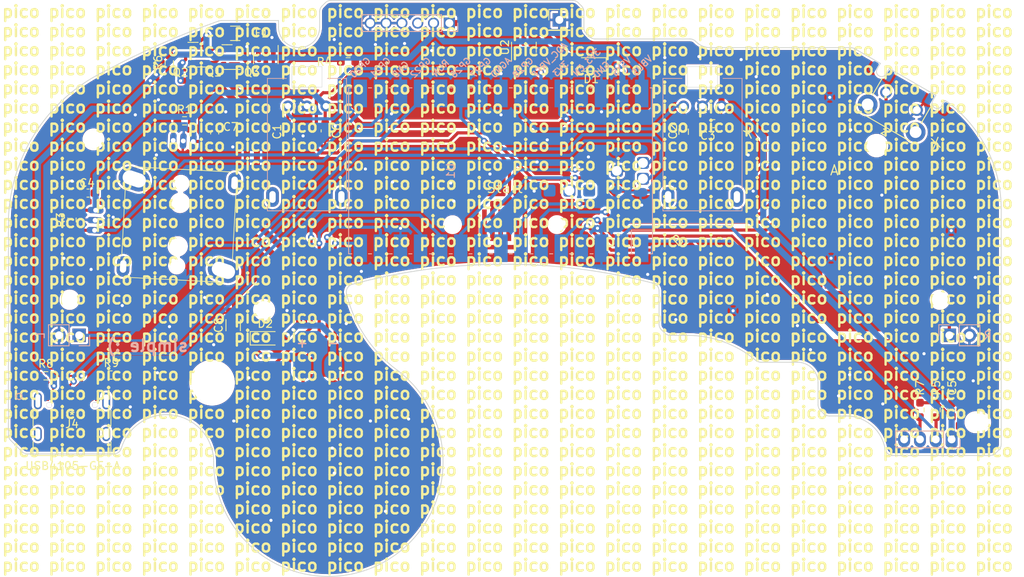
<source format=kicad_pcb>
(kicad_pcb (version 20211014) (generator pcbnew)
  (layers (0 "F.Cu" signal) (31 "B.Cu" signal) (36 "B.SilkS" user "B.Silkscreen") (37 "F.SilkS" user "F.Silkscreen") (38 "B.Mask" user) (39 "F.Mask" user) (44 "Edge.Cuts" user))
  (net 0 "")
  (net 1 "GND")
  (net 2 "+3V3")
  (net 3 "/C_x")
  (net 4 "/C_y")
  (net 5 "/A")
  (net 6 "/B")
  (net 7 "/X")
  (net 8 "/Y")
  (net 9 "/R")
  (net 10 "/Start")
  (net 11 "/Z")
  (net 12 "/Dleft")
  (net 13 "/Dup")
  (net 14 "/Dright")
  (net 15 "/Ddown")
  (net 16 "/Lanalog")
  (net 17 "/Ranalog")
  (net 18 "/Stick_x")
  (net 19 "/Stick_y")
  (net 20 "/L")
  (net 21 "+5V")
  (net 22 "Net-(Q1-Pad1)")
  (net 23 "Net-(F1-Pad2)")
  (net 24 "Net-(Q1-Pad3)")
  (net 25 "/Data")
  (net 34 "Net-(D2-Pad2)")
  (net 35 "Net-(D1-Pad1)")
  (net 36 "Net-(U1-Pad35)")
  (net 37 "+3.3VA")
  (net 39 "Net-(J4-PadB5)")
  (net 40 "/RUMBLE")
  (net 41 "/D+")
  (net 42 "/D-")
  (net 44 "Net-(J4-PadA5)")
  (footprint "PhobGCC_Footprints:ABXY_Contact_Omron_Switch" (layer "F.Cu") (at 152.24 51.08)
    (fp_text reference "SW2" hide)
    (fp_text value "A")
  )
  (footprint "PhobGCC_Footprints:ABXY_Contact_Omron_Switch" (layer "F.Cu") (at 137.04 58.78 41)
    (fp_text reference "SW3" hide)
    (fp_text value "B")
  )
  (footprint "PhobGCC_Footprints:Z_Switch_Edge_Omron" (layer "F.Cu") (at 161.141443 35.505 -30)
    (fp_text reference "SW1" hide)
    (fp_text value "Z")
  )
  (footprint "PhobGCC_Footprints:Dpad_Contact_TL3315NF_2" (layer "F.Cu") (at 80.74 81.13 180)
    (fp_text reference "SW9" hide)
    (fp_text value "Dleft" hide)
  )
  (footprint "PhobGCC_Footprints:Dpad_Contact_TL3315NF_2" (layer "F.Cu") (at 88.69 73.18 -90)
    (fp_text reference "SW10" hide)
    (fp_text value "Dup" hide)
  )
  (footprint "PhobGCC_Footprints:Dpad_Contact_TL3315NF_2" (layer "F.Cu") (at 96.64 81.13 180)
    (fp_text reference "SW11" hide)
    (fp_text value "Dright" hide)
  )
  (footprint "PhobGCC_Footprints:Dpad_Contact_TL3315NF_2" (layer "F.Cu") (at 88.69 89.08 -90)
    (fp_text reference "SW12" hide)
    (fp_text value "Ddown" hide)
  )
  (footprint "PhobGCC_Footprints:C_0603_1608Metric_Pad1.08x0.95mm_HandSolder" (layer "F.Cu") (at 58.324 47.14 180)
    (fp_text reference "C4")
    (fp_text value "1u")
  )
  (footprint "PhobGCC_Footprints:GCC_Stickbox_2" (layer "F.Cu") (at 69.795083 51.128232 -3)
    (fp_text reference "U3" hide)
    (fp_text value "2x DRV5053CAQLPGM Hall Effect Sensors")
  )
  (footprint "PhobGCC_Footprints:C_0603_HandSoldering" (layer "F.Cu") (at 83.566 39.37 -90)
    (fp_text reference "C1")
    (fp_text value "0.047u")
  )
  (footprint "PhobGCC_Footprints:C_0603_HandSoldering" (layer "F.Cu") (at 133.604 39.37 -90)
    (fp_text reference "C2")
    (fp_text value "0.047u")
  )
  (footprint "PhobGCC_Footprints:Start_Contact" (layer "F.Cu") (at 110.99 51.18)
    (fp_text reference "SW6" hide)
    (fp_text value "Start")
  )
  (footprint "PhobGCC_Footprints:ABXY_Contact_Omron_Switch" (layer "F.Cu") (at 148.24 36.98 117)
    (fp_text reference "SW5" hide)
    (fp_text value "Y")
  )
  (footprint "PhobGCC_Footprints:PinHeader_1x01_P2.54mm_Vertical" (layer "F.Cu") (at 117.89 25.23)
    (fp_text reference "J1" hide)
    (fp_text value "Conn_01x01_Male")
  )
  (footprint "PhobGCC_Footprints:MountingHole_5.2mm" (layer "F.Cu") (at 73.99 71.13)
    (fp_text reference "H9" hide)
    (fp_text value "5.2mm")
  )
  (footprint "PhobGCC_Footprints:MountingHole_2.0mm" (layer "F.Cu") (at 55.99 60.63)
    (fp_text reference "H11" hide)
    (fp_text value "2mm")
  )
  (footprint "PhobGCC_Footprints:MountingHole_1.8mm" (layer "F.Cu") (at 104.39 51.13)
    (fp_text reference "H13" hide)
    (fp_text value "1.8mm")
  )
  (footprint "PhobGCC_Footprints:MountingHole_1.8mm" (layer "F.Cu") (at 117.59 51.13)
    (fp_text reference "H14" hide)
    (fp_text value "1.8mm")
  )
  (footprint "PhobGCC_Footprints:MountingHole_2.4mm" (layer "F.Cu") (at 157.99 41.13)
    (fp_text reference "H15" hide)
    (fp_text value "2.4mm")
  )
  (footprint "PhobGCC_Footprints:MountingHole_2.0mm" (layer "F.Cu") (at 165.99 60.63)
    (fp_text reference "H12" hide)
    (fp_text value "2mm")
  )
  (footprint "PhobGCC_Footprints:MountingHole_2.2mm" (layer "F.Cu") (at 59.006622 40.346621)
    (fp_text reference "H16" hide)
    (fp_text value "2.2mm")
  )
  (footprint "PhobGCC_Footprints:ABXY_Contact_Omron_Switch" (layer "F.Cu") (at 166.54 47.68 12)
    (fp_text reference "SW4" hide)
    (fp_text value "X")
  )
  (footprint "PhobGCC_Footprints:Slot" (layer "F.Cu") (at 170.79 76.13)
    (fp_text reference "H10" hide)
    (fp_text value "Slot")
  )
  (footprint "PhobGCC_Footprints:MountingHole_2.2mm" (layer "F.Cu") (at 80.573378 61.913378)
    (fp_text reference "H17" hide)
    (fp_text value "2.2mm")
  )
  (footprint "PhobGCC_Footprints:C_0603_1608Metric_Pad1.08x0.95mm_HandSolder" (layer "F.Cu") (at 167.513 74.549 90)
    (fp_text reference "C5")
    (fp_text value "1u")
  )
  (footprint "PhobGCC_Footprints:C_0603_1608Metric_Pad1.08x0.95mm_HandSolder" (layer "F.Cu") (at 137.414 38.354 180)
    (fp_text reference "C3")
    (fp_text value "1u")
  )
  (footprint "PhobGCC_Footprints:Fuse_1206_3216Metric" (layer "F.Cu") (at 76.9275 26.93)
    (fp_text reference "F1")
    (fp_text value "Fuse")
  )
  (footprint "Resistor_SMD:R_0603_1608Metric_Pad0.98x0.95mm_HandSolder" (layer "F.Cu") (at 70.516 37.996)
    (fp_text reference "R1")
    (fp_text value "10k")
  )
  (footprint "PhobGCC_Footprints:C_0603_1608Metric_Pad1.08x0.95mm_HandSolder" (layer "F.Cu") (at 74.326 39.52 90)
    (fp_text reference "C7")
    (fp_text value "1u")
  )
  (footprint "2022-05-05_07-14-33:USB4105-GF-A" (layer "F.Cu") (at 56.292 76.35)
    (fp_text reference "J4")
    (fp_text value "USB4105-GF-A")
  )
  (footprint "Resistor_SMD:R_0603_1608Metric_Pad0.98x0.95mm_HandSolder" (layer "F.Cu") (at 56.292 50.5455 90)
    (fp_text reference "R3")
    (fp_text value "10k")
  )
  (footprint "PhobGCC_Footprints:SOT-23" (layer "F.Cu") (at 80.79 30.13 -90)
    (fp_text reference "Q3")
    (fp_text value "Q_NMOS_GSD")
  )
  (footprint "PhobGCC_Footprints:R_0603_1608Metric_Pad0.98x0.95mm_HandSolder" (layer "F.Cu") (at 68.59 30.63 90)
    (fp_text reference "R6")
    (fp_text value "10k")
  )
  (footprint "PhobGCC_Footprints:C_0603_1608Metric_Pad1.08x0.95mm_HandSolder" (layer "F.Cu") (at 88.296 39.266 -90)
    (fp_text reference "C6")
    (fp_text value "1u")
  )
  (footprint "Capacitor_SMD:C_1206_3216Metric_Pad1.33x1.80mm_HandSolder" (layer "F.Cu") (at 76.6628 63.8532 90)
    (fp_text reference "C8")
    (fp_text value "10u")
  )
  (footprint "Resistor_SMD:R_0603_1608Metric_Pad0.98x0.95mm_HandSolder" (layer "F.Cu") (at 163.48 74.572 90)
    (fp_text reference "R7")
    (fp_text value "10k")
  )
  (footprint "Resistor_SMD:R_0603_1608Metric_Pad0.98x0.95mm_HandSolder" (layer "F.Cu") (at 61.118 70.1524 180)
    (fp_text reference "R9")
    (fp_text value "5.1k")
  )
  (footprint "PhobGCC_Footprints:SOT-23" (layer "F.Cu") (at 75.89 29.93 180)
    (fp_text reference "Q1")
    (fp_text value "Q_NMOS_GSD")
  )
  (footprint "Package_TO_SOT_SMD:SOT-23" (layer "F.Cu") (at 113.411 28.702 90)
    (fp_text reference "U2")
    (fp_text value "LM4040DBZ-3")
  )
  (footprint "Resistor_SMD:R_0603_1608Metric_Pad0.98x0.95mm_HandSolder" (layer "F.Cu") (at 165.512 74.572 90)
    (fp_text reference "R5")
    (fp_text value "10k")
  )
  (footprint "Diode_SMD:D_SOD-323_HandSoldering" (layer "F.Cu") (at 80.72 65.51)
    (fp_text reference "D2")
    (fp_text value "M7C")
  )
  (footprint "PhobGCC_Footprints:SOT-23" (layer "F.Cu") (at 71.59 29.63 180)
    (fp_text reference "Q2")
    (fp_text value "Q_PMOS_GDS")
  )
  (footprint "PhobGCC_Footprints:R_0603_1608Metric_Pad0.98x0.95mm_HandSolder" (layer "F.Cu") (at 91.19 30.53 180)
    (fp_text reference "R4")
    (fp_text value "100R")
  )
  (footprint "Resistor_SMD:R_0603_1608Metric_Pad0.98x0.95mm_HandSolder" (layer "F.Cu") (at 52.99 70.254 180)
    (fp_text reference "R8")
    (fp_text value "5.1k")
  )
  (footprint "Diode_SMD:D_SOD-323_HandSoldering" (layer "F.Cu") (at 121.92 30.861 180)
    (fp_text reference "D1")
    (fp_text value "M7C")
  )
  (footprint "PhobGCC_Footprints:Pin_Header_Straight_1x02_Pitch2.54mm" (layer "B.Cu") (at 57.19 65.13 90)
    (fp_text reference "SW7" hide)
    (fp_text value "L")
  )
  (footprint "PhobGCC_Footprints:Pin_Header_Straight_1x02_Pitch2.54mm" (layer "B.Cu") (at 167.19 65.13 -90)
    (fp_text reference "SW8" hide)
    (fp_text value "R")
  )
  (footprint "PhobGCC_Footprints:GCC_Slider" (layer "B.Cu") (at 135.99 36.13 180)
    (fp_text reference "RV2" hide)
    (fp_text value "R_POT_MountingPin")
  )
  (footprint "PhobGCC_Footprints:GCC_Slider" (layer "B.Cu") (at 85.99 36.13 180)
    (fp_text reference "RV1" hide)
    (fp_text value "R_POT_MountingPin")
  )
  (footprint "PhobGCC_Footprints:PinHeader_1x04_P2.00mm_Vertical" (layer "B.Cu") (at 167.478 78.298 90)
    (fp_text reference "J9" hide)
    (fp_text value "Conn_01x04_Female")
  )
  (footprint "PhobGCC_Footprints:GCC_Header_Straight_1x06_Pitch2.00mm" (layer "B.Cu") (at 103.99 25.63 90)
    (fp_text reference "J3" hide)
    (fp_text value "Conn_01x06_Female")
  )
  (footprint "MCU_RaspberryPi_and_Boards:RPi_Pico_SMD_MID_TRIM" (layer "B.Cu") (at 91.262 54.823 90)
    (fp_text reference "U1")
    (fp_text value "Pico")
  )
  (footprint "PhobGCC_Footprints:rumble_pins" (layer "B.Cu") (at 86.182 69.118 -90)
    (fp_text reference "J5" hide)
    (fp_text value "Rumble" hide)
  )
  (gr_line (start 84.09 33.73) (end 84.09 31.13) (layer "Edge.Cuts") (width 0.05))
  (gr_line (start 134.09 33.73) (end 134.09 31.13) (layer "Edge.Cuts") (width 0.05))
  (gr_line (start 160.050995 80.337107) (end 172.332892 80.337107) (layer "Edge.Cuts") (width 0.1))
  (gr_line (start 165.087895 35.462132) (end 165.486672 34.768607) (layer "Edge.Cuts") (width 0.1))
  (gr_arc (start 50.663 80.14) (mid 50.2794 80.062099) (end 49.954213 79.844213) (layer "Edge.Cuts") (width 0.1))
  (gr_line (start 55.645 80.139957) (end 50.663 80.14) (layer "Edge.Cuts") (width 0.1))
  (gr_line (start 150.597106 71.137107) (end 150.597106 73.922893) (layer "Edge.Cuts") (width 0.1))
  (gr_line (start 152.011319 75.337107) (end 154.134915 75.337107) (layer "Edge.Cuts") (width 0.1))
  (gr_line (start 158.464731 30.730991) (end 155.228573 28.8702) (layer "Edge.Cuts") (width 0.1))
  (gr_arc (start 166.214873 36.110144) (mid 165.327391 36.349593) (end 165.087895 35.462132) (layer "Edge.Cuts") (width 0.1))
  (gr_line (start 134.09 31.13) (end 137.89 31.13) (layer "Edge.Cuts") (width 0.05))
  (gr_arc (start 48.247105 51.137105) (mid 51.28857 40.099145) (end 59.554446 32.176874) (layer "Edge.Cuts") (width 0.1))
  (gr_line (start 173.039999 80.044213) (end 173.454212 79.63) (layer "Edge.Cuts") (width 0.1))
  (gr_line (start 159.591709 31.379003) (end 159.192932 32.072529) (layer "Edge.Cuts") (width 0.1))
  (gr_line (start 87.89 33.73) (end 84.09 33.73) (layer "Edge.Cuts") (width 0.05))
  (gr_arc (start 129.749616 58.543703) (mid 130.288467 58.899951) (end 130.497106 59.511297) (layer "Edge.Cuts") (width 0.1))
  (gr_arc (start 90.998864 59.88648) (mid 91.11047 59.140884) (end 91.710992 58.685076) (layer "Edge.Cuts") (width 0.1))
  (gr_arc (start 87.597106 26.137107) (mid 84.997106 28.737107) (end 82.397106 26.137107) (layer "Edge.Cuts") (width 0.1))
  (gr_line (start 87.597106 24.180963) (end 87.597106 26.137107) (layer "Edge.Cuts") (width 0.1))
  (gr_arc (start 87.597106 24.180963) (mid 87.673239 23.798288) (end 87.889999 23.473856) (layer "Edge.Cuts") (width 0.1))
  (gr_line (start 166.997106 35.637107) (end 166.61365 35.41662) (layer "Edge.Cuts") (width 0.1))
  (gr_arc (start 131.911318 65.137107) (mid 131.52863 65.060993) (end 131.204212 64.844213) (layer "Edge.Cuts") (width 0.1))
  (gr_arc (start 91.710992 58.685077) (mid 110.721099 56.137622) (end 129.749616 58.543703) (layer "Edge.Cuts") (width 0.1))
  (gr_arc (start 136.997106 28.737107) (mid 135.981532 28.530562) (end 135.127319 27.943733) (layer "Edge.Cuts") (width 0.1))
  (gr_line (start 130.789999 64.43) (end 131.204212 64.844213) (layer "Edge.Cuts") (width 0.1))
  (gr_line (start 48.247107 60.692) (end 48.247 51.137105) (layer "Edge.Cuts") (width 0.1))
  (gr_arc (start 120.704213 23.473856) (mid 120.920997 23.798278) (end 120.997106 24.180963) (layer "Edge.Cuts") (width 0.1))
  (gr_line (start 150.889999 74.63) (end 151.304212 75.044213) (layer "Edge.Cuts") (width 0.1))
  (gr_line (start 55.645 80.139957) (end 60.946 80.139957) (layer "Edge.Cuts") (width 0.1))
  (gr_arc (start 166.997106 35.637107) (mid 171.965561 41.590379) (end 173.747106 49.137107) (layer "Edge.Cuts") (width 0.1))
  (gr_arc (start 74.833548 25.368395) (mid 74.999242 25.3248) (end 75.169945 25.310115) (layer "Edge.Cuts") (width 0.1))
  (gr_line (start 88.304212 23.059643) (end 87.889999 23.473856) (layer "Edge.Cuts") (width 0.1))
  (gr_arc (start 133.997106 65.137106) (mid 138.639987 65.953411) (end 142.725996 68.304417) (layer "Edge.Cuts") (width 0.1))
  (gr_arc (start 143.367271 68.537106) (mid 143.026183 68.477127) (end 142.725996 68.304417) (layer "Edge.Cuts") (width 0.1))
  (gr_line (start 166.61365 35.41662) (end 166.214873 36.110145) (layer "Edge.Cuts") (width 0.1))
  (gr_line (start 137.89 31.13) (end 137.89 33.73) (layer "Edge.Cuts") (width 0.05))
  (gr_line (start 120.997106 26.224375) (end 120.997106 24.180963) (layer "Edge.Cuts") (width 0.1))
  (gr_arc (start 122.411319 27.638589) (mid 122.028632 27.562474) (end 121.704212 27.345696) (layer "Edge.Cuts") (width 0.1))
  (gr_line (start 82.397106 25.310115) (end 75.169945 25.310115) (layer "Edge.Cuts") (width 0.1))
  (gr_line (start 120.704212 23.473856) (end 120.289999 23.059643) (layer "Edge.Cuts") (width 0.1))
  (gr_arc (start 62.525292 79.424399) (mid 69.101065 75.238705) (end 74.197105 81.137107) (layer "Edge.Cuts") (width 0.1))
  (gr_line (start 84.09 31.13) (end 87.89 31.13) (layer "Edge.Cuts") (width 0.05))
  (gr_arc (start 154.134914 75.337106) (mid 157.362391 76.518299) (end 159.064982 79.503773) (layer "Edge.Cuts") (width 0.1))
  (gr_line (start 165.486672 34.768607) (end 159.591709 31.379003) (layer "Edge.Cuts") (width 0.1))
  (gr_arc (start 121.289999 26.931482) (mid 121.073233 26.607057) (end 120.997106 26.224375) (layer "Edge.Cuts") (width 0.1))
  (gr_line (start 130.497106 59.511297) (end 130.497106 63.722893) (layer "Edge.Cuts") (width 0.1))
  (gr_line (start 48.247107 60.692) (end 48.247107 76.664) (layer "Edge.Cuts") (width 0.1))
  (gr_arc (start 97.361544 69.510519) (mid 95.201553 94.096358) (end 74.197105 81.137107) (layer "Edge.Cuts") (width 0.1))
  (gr_arc (start 88.304212 23.059642) (mid 88.628634 22.842865) (end 89.011319 22.766749) (layer "Edge.Cuts") (width 0.1))
  (gr_line (start 82.397106 26.137107) (end 82.397106 25.310115) (layer "Edge.Cuts") (width 0.1))
  (gr_arc (start 152.011318 75.337107) (mid 151.62863 75.260993) (end 151.304212 75.044213) (layer "Edge.Cuts") (width 0.1))
  (gr_line (start 134.40817 27.638589) (end 122.411319 27.638589) (layer "Edge.Cuts") (width 0.1))
  (gr_arc (start 59.554445 32.176874) (mid 67.06439 28.481781) (end 74.833548 25.368394) (layer "Edge.Cuts") (width 0.1))
  (gr_line (start 173.747106 78.922893) (end 173.747106 49.137107) (layer "Edge.Cuts") (width 0.1))
  (gr_arc (start 150.889999 74.63) (mid 150.673227 74.305576) (end 150.597106 73.922893) (layer "Edge.Cuts") (width 0.1))
  (gr_arc (start 160.050994 80.337107) (mid 159.405498 80.100868) (end 159.064982 79.503773) (layer "Edge.Cuts") (width 0.1))
  (gr_line (start 119.582892 22.766749) (end 89.011319 22.766749) (layer "Edge.Cuts") (width 0.1))
  (gr_line (start 154.730102 28.737107) (end 136.997106 28.737107) (layer "Edge.Cuts") (width 0.1))
  (gr_line (start 87.89 31.13) (end 87.89 33.73) (layer "Edge.Cuts") (width 0.05))
  (gr_line (start 48.54 78.43) (end 49.954213 79.844213) (layer "Edge.Cuts") (width 0.1))
  (gr_line (start 158.065954 31.424516) (end 158.464731 30.730991) (layer "Edge.Cuts") (width 0.1))
  (gr_arc (start 159.192932 32.072528) (mid 158.30537 32.312031) (end 158.065954 31.424516) (layer "Edge.Cuts") (width 0.1))
  (gr_line (start 137.89 33.73) (end 134.09 33.73) (layer "Edge.Cuts") (width 0.05))
  (gr_arc (start 173.039999 80.044214) (mid 172.715575 80.260983) (end 172.332892 80.337107) (layer "Edge.Cuts") (width 0.1))
  (gr_arc (start 173.747106 78.922894) (mid 173.670988 79.305579) (end 173.454212 79.63) (layer "Edge.Cuts") (width 0.1))
  (gr_arc (start 119.582893 22.766749) (mid 119.965575 22.84287) (end 120.289999 23.059643) (layer "Edge.Cuts") (width 0.1))
  (gr_arc (start 97.361543 69.510519) (mid 93.338817 65.25476) (end 90.998865 59.886481) (layer "Edge.Cuts") (width 0.1))
  (gr_arc (start 147.997106 68.537107) (mid 149.835577 69.298632) (end 150.597106 71.137107) (layer "Edge.Cuts") (width 0.1))
  (gr_line (start 48.247107 76.664) (end 48.247 77.722893) (layer "Edge.Cuts") (width 0.1))
  (gr_arc (start 134.40817 27.638589) (mid 134.798782 27.71802) (end 135.127319 27.943733) (layer "Edge.Cuts") (width 0.1))
  (gr_line (start 61.57 80.14) (end 60.946 80.139957) (layer "Edge.Cuts") (width 0.1))
  (gr_arc (start 154.730102 28.737106) (mid 154.988068 28.770953) (end 155.228573 28.8702) (layer "Edge.Cuts") (width 0.1))
  (gr_line (start 121.704212 27.345696) (end 121.289999 26.931482) (layer "Edge.Cuts") (width 0.1))
  (gr_arc (start 62.525291 79.424399) (mid 62.165501 79.93954) (end 61.57 80.14) (layer "Edge.Cuts") (width 0.1))
  (gr_line (start 143.367271 68.537107) (end 147.997106 68.537107) (layer "Edge.Cuts") (width 0.1))
  (gr_arc (start 130.789999 64.43) (mid 130.573227 64.105576) (end 130.497106 63.722893) (layer "Edge.Cuts") (width 0.1))
  (gr_arc (start 48.539999 78.43) (mid 48.323204 78.105577) (end 48.247 77.722893) (layer "Edge.Cuts") (width 0.1))
  (gr_line (start 131.911319 65.137107) (end 133.997106 65.137107) (layer "Edge.Cuts") (width 0.1))
  (gr_text "simple :)" (at 65.817 66.444) (layer "B.SilkS") (effects (font (size 1.5 1.5) (thickness 0.3)) (justify mirror)))
  (gr_text "pico pico pico pico pico pico pico pico pico pico pico pico pico pico pico pico pico pico pico pico pico pico \npico pico pico pico pico pico pico pico pico pico pico pico pico pico pico pico pico pico pico pico pico pico \npico pico pico pico pico pico pico pico pico pico pico pico pico pico pico pico pico pico pico pico pico pico \npico pico pico pico pico pico pico pico pico pico pico pico pico pico pico pico pico pico pico pico pico pico \npico pico pico pico pico pico pico pico pico pico pico pico pico pico pico pico pico pico pico pico pico pico \npico pico pico pico pico pico pico pico pico pico pico pico pico pico pico pico pico pico pico pico pico pico \npico pico pico pico pico pico pico pico pico pico pico pico pico pico pico pico pico pico pico pico pico pico \npico pico pico pico pico pico pico pico pico pico pico pico pico pico pico pico pico pico pico pico pico pico \npico pico pico pico pico pico pico pico pico pico pico pico pico pico pico pico pico pico pico pico pico pico \npico pico pico pico pico pico pico pico pico pico pico pico pico pico pico pico pico pico pico pico pico pico \npico pico pico pico pico pico pico pico pico pico pico pico pico pico pico pico pico pico pico pico pico pico \npico pico pico pico pico pico pico pico pico pico pico pico pico pico pico pico pico pico pico pico pico pico \npico pico pico pico pico pico pico pico pico pico pico pico pico pico pico pico pico pico pico pico pico pico \npico pico pico pico pico pico pico pico pico pico pico pico pico pico pico pico pico pico pico pico pico pico \npico pico pico pico pico pico pico pico pico pico pico pico pico pico pico pico pico pico pico pico pico pico \npico pico pico pico pico pico pico pico pico pico pico pico pico pico pico pico pico pico pico pico pico pico \npico pico pico pico pico pico pico pico pico pico pico pico pico pico pico pico pico pico pico pico pico pico \npico pico pico pico pico pico pico pico pico pico pico pico pico pico pico pico pico pico pico pico pico pico \npico pico pico pico pico pico pico pico pico pico pico pico pico pico pico pico pico pico pico pico pico pico \npico pico pico pico pico pico pico pico pico pico pico pico pico pico pico pico pico pico pico pico pico pico \npico pico pico pico pico pico pico pico pico pico pico pico pico pico pico pico pico pico pico pico pico pico \npico pico pico pico pico pico pico pico pico pico pico pico pico pico pico pico pico pico pico pico pico pico \npico pico pico pico pico pico pico pico pico pico pico pico pico pico pico pico pico pico pico pico pico pico \npico pico pico pico pico pico pico pico pico pico pico pico pico pico pico pico pico pico pico pico pico pico \npico pico pico pico pico pico pico pico pico pico pico pico pico pico pico pico pico pico pico pico pico pico \npico pico pico pico pico pico pico pico pico pico pico pico pico pico pico pico pico pico pico pico pico pico \npico pico pico pico pico pico pico pico pico pico pico pico pico pico pico pico pico pico pico pico pico pico \npico pico pico pico pico pico pico pico pico pico pico pico pico pico pico pico pico pico pico pico pico pico \npico pico pico pico pico pico pico pico pico pico pico pico pico pico pico pico pico pico pico pico pico pico \npico pico pico pico pico pico pico pico pico pico pico pico pico pico pico pico pico pico pico pico pico pico \n" (at 111.918 59.205) (layer "F.SilkS") (effects (font (size 1.5 1.5) (thickness 0.3))))
  (via (at 110.521 37.234) (size 0.8) (drill 0.4) (layers "F.Cu" "B.Cu") (net 1))
  (via (at 58.705 56.792) (size 0.8) (drill 0.4) (layers "F.Cu" "B.Cu") (net 1))
  (via (at 154.717 39.139) (size 0.8) (drill 0.4) (layers "F.Cu" "B.Cu") (net 1))
  (via (at 81.565 27.455) (size 0.8) (drill 0.4) (layers "F.Cu" "B.Cu") (net 1))
  (via (at 92.868 57.046) (size 0.8) (drill 0.4) (layers "F.Cu" "B.Cu") (net 1))
  (via (at 114.712 46.886) (size 0.8) (drill 0.4) (layers "F.Cu" "B.Cu") (net 1))
  (via (at 89.439 82.573) (size 0.8) (drill 0.4) (layers "F.Cu" "B.Cu") (net 1))
  (via (at 122.713 51.585) (size 0.8) (drill 0.4) (layers "F.Cu" "B.Cu") (net 1))
  (via (at 89.439 27.709) (size 0.8) (drill 0.4) (layers "F.Cu" "B.Cu") (net 1))
  (via (at 170.465 57.808) (size 0.8) (drill 0.4) (layers "F.Cu" "B.Cu") (net 1))
  (via (at 96.551 47.902) (size 0.8) (drill 0.4) (layers "F.Cu" "B.Cu") (net 1))
  (via (at 73.056 60.348) (size 0.8) (drill 0.4) (layers "F.Cu" "B.Cu") (net 1))
  (via (at 116.363 40.409) (size 0.8) (drill 0.4) (layers "F.Cu" "B.Cu") (net 1))
  (via (at 64.293 37.234) (size 0.8) (drill 0.4) (layers "F.Cu" "B.Cu") (net 1))
  (via (at 141.763 42.314) (size 0.8) (drill 0.4) (layers "F.Cu" "B.Cu") (net 1))
  (via (at 84.867 53.236) (size 0.8) (drill 0.4) (layers "F.Cu" "B.Cu") (net 1))
  (via (at 96.805 45.743) (size 0.8) (drill 0.4) (layers "F.Cu" "B.Cu") (net 1))
  (via (at 144.176 59.967) (size 0.8) (drill 0.4) (layers "F.Cu" "B.Cu") (net 1))
  (via (at 132.619 63.142) (size 0.8) (drill 0.4) (layers "F.Cu" "B.Cu") (net 1))
  (via (at 121.57 42.568) (size 0.8) (drill 0.4) (layers "F.Cu" "B.Cu") (net 1))
  (via (at 67.214 35.329) (size 0.8) (drill 0.4) (layers "F.Cu" "B.Cu") (net 1))
  (via (at 98.837 75.715) (size 0.8) (drill 0.4) (layers "F.Cu" "B.Cu") (net 1))
  (via (at 104.171 45.87) (size 0.8) (drill 0.4) (layers "F.Cu" "B.Cu") (net 1))
  (via (at 145.573 44.092) (size 0.8) (drill 0.4) (layers "F.Cu" "B.Cu") (net 1))
  (via (at 89.185 79.398) (size 0.8) (drill 0.4) (layers "F.Cu" "B.Cu") (net 1))
  (via (at 142.398 46.886) (size 0.8) (drill 0.4) (layers "F.Cu" "B.Cu") (net 1))
  (via (at 93.376 44.092) (size 0.8) (drill 0.4) (layers "F.Cu" "B.Cu") (net 1))
  (via (at 149.637 66.952) (size 0.8) (drill 0.4) (layers "F.Cu" "B.Cu") (net 1))
  (via (at 68.611 64.031) (size 0.8) (drill 0.4) (layers "F.Cu" "B.Cu") (net 1))
  (via (at 76.739 75.969) (size 0.8) (drill 0.4) (layers "F.Cu" "B.Cu") (net 1))
  (via (at 63.658 74.191) (size 0.8) (drill 0.4) (layers "F.Cu" "B.Cu") (net 1))
  (via (at 158.781 73.81) (size 0.8) (drill 0.4) (layers "F.Cu" "B.Cu") (net 1))
  (via (at 56.292 45.616) (size 0.8) (drill 0.4) (layers "F.Cu" "B.Cu") (net 1))
  (via (at 85.502 39.901) (size 0.8) (drill 0.4) (layers "F.Cu" "B.Cu") (net 1))
  (via (at 97.821 51.585) (size 0.8) (drill 0.4) (layers "F.Cu" "B.Cu") (net 1))
  (via (at 170.211 70.889) (size 0.8) (drill 0.4) (layers "F.Cu" "B.Cu") (net 1))
  (via (at 90.963 63.65) (size 0.8) (drill 0.4) (layers "F.Cu" "B.Cu") (net 1))
  (via (at 83.47 61.999) (size 0.8) (drill 0.4) (layers "F.Cu" "B.Cu") (net 1))
  (via (at 62.642 61.364) (size 0.8) (drill 0.4) (layers "F.Cu" "B.Cu") (net 1))
  (via (at 110.521 32.027) (size 0.8) (drill 0.4) (layers "F.Cu" "B.Cu") (net 1))
  (via (at 128.301 48.664) (size 0.8) (drill 0.4) (layers "F.Cu" "B.Cu") (net 1))
  (via (at 95.916 87.399) (size 0.8) (drill 0.4) (layers "F.Cu" "B.Cu") (net 1))
  (via (at 123.221 36.853) (size 0.8) (drill 0.4) (layers "F.Cu" "B.Cu") (net 1))
  (via (at 140.874 30.249) (size 0.8) (drill 0.4) (layers "F.Cu" "B.Cu") (net 1))
  (via (at 94.011 75.969) (size 0.8) (drill 0.4) (layers "F.Cu" "B.Cu") (net 1))
  (via (at 158.654 47.394) (size 0.8) (drill 0.4) (layers "F.Cu" "B.Cu") (net 1))
  (via (at 104.552 48.156) (size 0.8) (drill 0.4) (layers "F.Cu" "B.Cu") (net 1))
  (via (at 55.276 55.395) (size 0.8) (drill 0.4) (layers "F.Cu" "B.Cu") (net 1))
  (via (at 61.499 50.188) (size 0.8) (drill 0.4) (layers "F.Cu" "B.Cu") (net 1))
  (via (at 78.644 70.508) (size 0.8) (drill 0.4) (layers "F.Cu" "B.Cu") (net 1))
  (via (at 94.646 28.344) (size 0.8) (drill 0.4) (layers "F.Cu" "B.Cu") (net 1))
  (via (at 74.199 66.317) (size 0.8) (drill 0.4) (layers "F.Cu" "B.Cu") (net 1))
  (via (at 89.566 38.631) (size 0.8) (drill 0.4) (layers "F.Cu" "B.Cu") (net 1))
  (via (at 153.193 72.794) (size 0.8) (drill 0.4) (layers "F.Cu" "B.Cu") (net 1))
  (via (at 67.087 69.873) (size 0.8) (drill 0.4) (layers "F.Cu" "B.Cu") (net 1))
  (via (at 135.54 29.868) (size 0.8) (drill 0.4) (layers "F.Cu" "B.Cu") (net 1))
  (via (at 159.162 57.808) (size 0.8) (drill 0.4) (layers "F.Cu" "B.Cu") (net 1))
  (via (at 129.063 57.427) (size 0.8) (drill 0.4) (layers "F.Cu" "B.Cu") (net 1))
  (via (at 142.779 32.408) (size 0.8) (drill 0.4) (layers "F.Cu" "B.Cu") (net 1))
  (via (at 98.329 28.217) (size 0.8) (drill 0.4) (layers "F.Cu" "B.Cu") (net 1))
  (via (at 81.438 88.542) (size 0.8) (drill 0.4) (layers "F.Cu" "B.Cu") (net 1))
  (via (at 109.124 44.727) (size 0.8) (drill 0.4) (layers "F.Cu" "B.Cu") (net 1))
  (via (at 163.988 67.46) (size 0.8) (drill 0.4) (layers "F.Cu" "B.Cu") (net 1))
  (via (at 96.678 37.107) (size 0.8) (drill 0.4) (layers "F.Cu" "B.Cu") (net 1))
  (via (at 101.758 29.106) (size 0.8) (drill 0.4) (layers "F.Cu" "B.Cu") (net 1))
  (via (at 115.093 43.203) (size 0.8) (drill 0.4) (layers "F.Cu" "B.Cu") (net 1))
  (via (at 76.612 41.298) (size 0.8) (drill 0.4) (layers "F.Cu" "B.Cu") (net 1))
  (via (at 75.723 36.853) (size 0.8) (drill 0.4) (layers "F.Cu" "B.Cu") (net 1))
  (via (at 66.96 42.314) (size 0.8) (drill 0.4) (layers "F.Cu" "B.Cu") (net 1))
  (via (at 147.986 63.904) (size 0.8) (drill 0.4) (layers "F.Cu" "B.Cu") (net 1))
  (via (at 78.39 28.598) (size 0.8) (drill 0.4) (layers "F.Cu" "B.Cu") (net 1))
  (via (at 154.59 70.127) (size 0.8) (drill 0.4) (layers "F.Cu" "B.Cu") (net 1))
  (via (at 131.222 29.995) (size 0.8) (drill 0.4) (layers "F.Cu" "B.Cu") (net 1))
  (segment (start 118.014 38.504) (end 92.868 38.504) (width 0.77) (layer "F.Cu") (net 2))
  (segment (start 88.296 36.224) (end 88.39 36.13) (width 0.4) (layer "F.Cu") (net 2))
  (segment (start 92.868 38.504) (end 90.494 36.13) (width 0.77) (layer "F.Cu") (net 2))
  (segment (start 57.355 49.633) (end 56.292 49.633) (width 0.4) (layer "F.Cu") (net 2))
  (segment (start 90.494 36.13) (end 88.39 36.13) (width 0.77) (layer "F.Cu") (net 2))
  (segment (start 59.276077 49.305211) (end 59.276077 47.229577) (width 0.4) (layer "F.Cu") (net 2))
  (segment (start 128.936 37.742) (end 132.238 34.44) (width 0.77) (layer "F.Cu") (net 2))
  (segment (start 118.776 37.742) (end 118.014 38.504) (width 0.77) (layer "F.Cu") (net 2))
  (segment (start 165.6155 73.6595) (end 165.512 73.6595) (width 0.4) (layer "F.Cu") (net 2))
  (segment (start 137.826 34.44) (end 138.39 35.004) (width 0.77) (layer "F.Cu") (net 2))
  (segment (start 138.39 35.004) (end 138.39 36.13) (width 0.77) (layer "F.Cu") (net 2))
  (segment (start 167.513 78.263) (end 167.478 78.298) (width 0.4) (layer "F.Cu") (net 2))
  (segment (start 71.618104 38.185604) (end 71.4285 37.996) (width 0.4) (layer "F.Cu") (net 2))
  (segment (start 167.513 75.4115) (end 167.3675 75.4115) (width 0.4) (layer "F.Cu") (net 2))
  (segment (start 88.2385 36.2815) (end 88.39 36.13) (width 0.4) (layer "F.Cu") (net 2))
  (segment (start 71.618104 40.609226) (end 71.618104 38.185604) (width 0.4) (layer "F.Cu") (net 2))
  (segment (start 59.276077 49.305211) (end 57.682789 49.305211) (width 0.4) (layer "F.Cu") (net 2))
  (segment (start 132.238 34.44) (end 137.826 34.44) (width 0.77) (layer "F.Cu") (net 2))
  (segment (start 138.2765 38.354) (end 138.2765 36.2435) (width 0.4) (layer "F.Cu") (net 2))
  (segment (start 167.3675 75.4115) (end 165.6155 73.6595) (width 0.4) (layer "F.Cu") (net 2))
  (segment (start 138.2765 36.2435) (end 138.39 36.13) (width 0.4) (layer "F.Cu") (net 2))
  (segment (start 74.099274 40.609226) (end 74.326 40.3825) (width 0.4) (layer "F.Cu") (net 2))
  (segment (start 167.513 75.4115) (end 167.513 78.263) (width 0.4) (layer "F.Cu") (net 2))
  (segment (start 118.776 37.742) (end 128.936 37.742) (width 0.77) (layer "F.Cu") (net 2))
  (segment (start 59.276077 47.229577) (end 59.1865 47.14) (width 0.4) (layer "F.Cu") (net 2))
  (segment (start 57.682789 49.305211) (end 57.355 49.633) (width 0.4) (layer "F.Cu") (net 2))
  (segment (start 163.48 73.6595) (end 165.512 73.6595) (width 0.4) (layer "F.Cu") (net 2))
  (segment (start 71.618104 40.609226) (end 74.099274 40.609226) (width 0.4) (layer "F.Cu") (net 2))
  (segment (start 88.296 38.4035) (end 88.296 36.224) (width 0.4) (layer "F.Cu") (net 2))
  (via (at 118.776 37.742) (size 0.8) (drill 0.4) (layers "F.Cu" "B.Cu") (net 2))
  (segment (start 88.39 36.13) (end 86.7 34.44) (width 0.77) (layer "B.Cu") (net 2))
  (segment (start 71.618104 37.655896) (end 71.618104 40.609226) (width 0.77) (layer "B.Cu") (net 2))
  (segment (start 66.706 37.488) (end 59.276077 44.917923) (width 0.77) (layer "B.Cu") (net 2))
  (segment (start 167.478 78.298) (end 167.478 74.506) (width 0.77) (layer "B.Cu") (net 2))
  (segment (start 118.132 37.098) (end 118.132 35.433) (width 0.77) (layer "B.Cu") (net 2))
  (segment (start 118.776 37.742) (end 118.132 37.098) (width 0.77) (layer "B.Cu") (net 2))
  (segment (start 139.77 36.13) (end 138.39 36.13) (width 0.77) (layer "B.Cu") (net 2))
  (segment (start 74.834 34.44) (end 71.786 37.488) (width 0.77) (layer "B.Cu") (net 2))
  (segment (start 167.478 74.506) (end 143.668 50.696) (width 0.77) (layer "B.Cu") (net 2))
  (segment (start 143.668 40.028) (end 139.77 36.13) (width 0.77) (layer "B.Cu") (net 2))
  (segment (start 59.276077 44.917923) (end 59.276077 49.305211) (width 0.77) (layer "B.Cu") (net 2))
  (segment (start 71.786 37.488) (end 71.618104 37.655896) (width 0.77) (layer "B.Cu") (net 2))
  (segment (start 71.786 37.488) (end 66.706 37.488) (width 0.77) (layer "B.Cu") (net 2))
  (segment (start 86.7 34.44) (end 74.834 34.44) (width 0.77) (layer "B.Cu") (net 2))
  (segment (start 143.668 50.696) (end 143.668 40.028) (width 0.77) (layer "B.Cu") (net 2))
  (segment (start 165.512 78.264) (end 165.478 78.298) (width 0.4) (layer "F.Cu") (net 3))
  (segment (start 165.512 75.4845) (end 165.512 78.264) (width 0.4) (layer "F.Cu") (net 3))
  (segment (start 139.581 51.435) (end 127 51.435) (width 0.4) (layer "B.Cu") (net 3))
  (segment (start 165.478 77.332) (end 139.581 51.435) (width 0.4) (layer "B.Cu") (net 3))
  (segment (start 127 51.435) (end 125.752 52.683) (width 0.4) (layer "B.Cu") (net 3))
  (segment (start 125.752 52.683) (end 125.752 53.213) (width 0.4) (layer "B.Cu") (net 3))
  (segment (start 165.478 78.298) (end 165.478 77.332) (width 0.4) (layer "B.Cu") (net 3))
  (segment (start 163.48 78.296) (end 163.478 78.298) (width 0.4) (layer "F.Cu") (net 4))
  (segment (start 163.48 75.4845) (end 163.48 78.296) (width 0.4) (layer "F.Cu") (net 4))
  (segment (start 139.708 53.213) (end 163.478 76.983) (width 0.4) (layer "B.Cu") (net 4))
  (segment (start 163.478 76.983) (end 163.478 78.298) (width 0.4) (layer "B.Cu") (net 4))
  (segment (start 128.292 53.213) (end 139.708 53.213) (width 0.4) (layer "B.Cu") (net 4))
  (segment (start 144.018 51.816) (end 150.368 45.466) (width 0.4) (layer "F.Cu") (net 5))
  (segment (start 125.984 51.816) (end 144.018 51.816) (width 0.4) (layer "F.Cu") (net 5))
  (segment (start 152.24 46.322) (end 152.24 46.88) (width 0.4) (layer "F.Cu") (net 5))
  (segment (start 151.384 45.466) (end 152.24 46.322) (width 0.4) (layer "F.Cu") (net 5))
  (segment (start 123.698 49.53) (end 125.984 51.816) (width 0.4) (layer "F.Cu") (net 5))
  (segment (start 150.368 45.466) (end 151.384 45.466) (width 0.4) (layer "F.Cu") (net 5))
  (via (at 123.698 49.53) (size 0.8) (drill 0.4) (layers "F.Cu" "B.Cu") (net 5))
  (segment (start 120.396 49.53) (end 120.142 49.276) (width 0.4) (layer "B.Cu") (net 5))
  (segment (start 115.592 50.27) (end 115.592 53.213) (width 0.4) (layer "B.Cu") (net 5))
  (segment (start 120.142 49.276) (end 116.586 49.276) (width 0.4) (layer "B.Cu") (net 5))
  (segment (start 116.586 49.276) (end 115.592 50.27) (width 0.4) (layer "B.Cu") (net 5))
  (segment (start 123.698 49.53) (end 120.396 49.53) (width 0.4) (layer "B.Cu") (net 5))
  (segment (start 124.46 54.356) (end 133.030332 54.356) (width 0.4) (layer "F.Cu") (net 6))
  (segment (start 133.030332 54.356) (end 134.284552 55.61022) (width 0.4) (layer "F.Cu") (net 6))
  (segment (start 121.412 51.308) (end 124.46 54.356) (width 0.4) (layer "F.Cu") (net 6))
  (via (at 121.412 51.308) (size 0.8) (drill 0.4) (layers "F.Cu" "B.Cu") (net 6))
  (segment (start 120.672 52.048) (end 121.412 51.308) (width 0.4) (layer "B.Cu") (net 6))
  (segment (start 120.672 53.213) (end 120.672 52.048) (width 0.4) (layer "B.Cu") (net 6))
  (segment (start 163.322 42.926) (end 165.020991 42.926) (width 0.4) (layer "F.Cu") (net 7))
  (segment (start 162.814 43.434) (end 163.322 42.926) (width 0.4) (layer "F.Cu") (net 7))
  (segment (start 124.416093 48.470093) (end 126.746 50.8) (width 0.4) (layer "F.Cu") (net 7))
  (segment (start 165.020991 42.926) (end 165.666771 43.57178) (width 0.4) (layer "F.Cu") (net 7))
  (segment (start 120.410636 48.470093) (end 124.416093 48.470093) (width 0.4) (layer "F.Cu") (net 7))
  (segment (start 126.746 50.8) (end 143.764 50.8) (width 0.4) (layer "F.Cu") (net 7))
  (segment (start 143.764 50.8) (end 151.13 43.434) (width 0.4) (layer "F.Cu") (net 7))
  (segment (start 151.13 43.434) (end 162.814 43.434) (width 0.4) (layer "F.Cu") (net 7))
  (via (at 120.410636 48.470093) (size 0.8) (drill 0.4) (layers "F.Cu" "B.Cu") (net 7))
  (segment (start 113.052 53.213) (end 113.052 50.778) (width 0.4) (layer "B.Cu") (net 7))
  (segment (start 113.052 50.778) (end 115.316 48.514) (width 0.4) (layer "B.Cu") (net 7))
  (segment (start 115.316 48.514) (end 120.396 48.514) (width 0.4) (layer "B.Cu") (net 7))
  (segment (start 120.396 48.484729) (end 120.410636 48.470093) (width 0.4) (layer "B.Cu") (net 7))
  (segment (start 120.396 48.514) (end 120.396 48.484729) (width 0.4) (layer "B.Cu") (net 7))
  (segment (start 125.634 46.886) (end 129.444 46.886) (width 0.4) (layer "F.Cu") (net 8))
  (segment (start 143.922 43.33) (end 143.922 39.462533) (width 0.4) (layer "F.Cu") (net 8))
  (segment (start 122.910497 44.162497) (end 125.634 46.886) (width 0.4) (layer "F.Cu") (net 8))
  (segment (start 129.444 46.886) (end 131.222 45.108) (width 0.4) (layer "F.Cu") (net 8))
  (segment (start 142.144 45.108) (end 143.922 43.33) (width 0.4) (layer "F.Cu") (net 8))
  (segment (start 143.922 39.462533) (end 144.497773 38.88676) (width 0.4) (layer "F.Cu") (net 8))
  (segment (start 131.222 45.108) (end 142.144 45.108) (width 0.4) (layer "F.Cu") (net 8))
  (segment (start 119.888 44.162497) (end 122.910497 44.162497) (width 0.4) (layer "F.Cu") (net 8))
  (via (at 119.888 44.162497) (size 0.8) (drill 0.4) (layers "F.Cu" "B.Cu") (net 8))
  (segment (start 106.426 50.546) (end 112.776 44.196) (width 0.4) (layer "B.Cu") (net 8))
  (segment (start 106.426 51.308) (end 106.426 50.546) (width 0.4) (layer "B.Cu") (net 8))
  (segment (start 105.432 53.213) (end 105.432 52.302) (width 0.4) (layer "B.Cu") (net 8))
  (segment (start 112.776 44.196) (end 119.888 44.196) (width 0.4) (layer "B.Cu") (net 8))
  (segment (start 119.888 44.196) (end 119.888 44.162497) (width 0.4) (layer "B.Cu") (net 8))
  (segment (start 105.432 52.302) (end 106.426 51.308) (width 0.4) (layer "B.Cu") (net 8))
  (segment (start 150.518 63.396) (end 166.655 63.396) (width 0.4) (layer "F.Cu") (net 9))
  (segment (start 167.19 63.931) (end 167.19 65.13) (width 0.4) (layer "F.Cu") (net 9))
  (segment (start 122.682 50.546) (end 124.714 52.578) (width 0.4) (layer "F.Cu") (net 9))
  (segment (start 139.7 52.578) (end 150.518 63.396) (width 0.4) (layer "F.Cu") (net 9))
  (segment (start 166.655 63.396) (end 167.19 63.931) (width 0.4) (layer "F.Cu") (net 9))
  (segment (start 124.714 52.578) (end 139.7 52.578) (width 0.4) (layer "F.Cu") (net 9))
  (via (at 122.682 50.546) (size 0.8) (drill 0.4) (layers "F.Cu" "B.Cu") (net 9))
  (segment (start 122.594489 50.458489) (end 120.886511 50.458489) (width 0.4) (layer "B.Cu") (net 9))
  (segment (start 120.886511 50.458489) (end 118.132 53.213) (width 0.4) (layer "B.Cu") (net 9))
  (segment (start 122.682 50.546) (end 122.594489 50.458489) (width 0.4) (layer "B.Cu") (net 9))
  (segment (start 108.362 40.536) (end 108.616 40.536) (width 0.4) (layer "F.Cu") (net 10))
  (segment (start 111.59 43.51) (end 111.59 48.08) (width 0.4) (layer "F.Cu") (net 10))
  (segment (start 108.616 40.536) (end 111.59 43.51) (width 0.4) (layer "F.Cu") (net 10))
  (via (at 108.362 40.536) (size 0.8) (drill 0.4) (layers "F.Cu" "B.Cu") (net 10))
  (segment (start 105.432 37.606) (end 105.432 35.433) (width 0.4) (layer "B.Cu") (net 10))
  (segment (start 108.362 40.536) (end 105.432 37.606) (width 0.4) (layer "B.Cu") (net 10))
  (segment (start 122.682 45.212) (end 127.254 49.784) (width 0.4) (layer "F.Cu") (net 11))
  (segment (start 159.192886 36.895114) (end 159.192886 34.38) (width 0.4) (layer "F.Cu") (net 11))
  (segment (start 127.254 49.784) (end 143.256 49.784) (width 0.4) (layer "F.Cu") (net 11))
  (segment (start 153.67 42.418) (end 159.192886 36.895114) (width 0.4) (layer "F.Cu") (net 11))
  (segment (start 143.256 49.784) (end 150.622 42.418) (width 0.4) (layer "F.Cu") (net 11))
  (segment (start 150.622 42.418) (end 153.67 42.418) (width 0.4) (layer "F.Cu") (net 11))
  (segment (start 119.888 45.212) (end 122.682 45.212) (width 0.4) (layer "F.Cu") (net 11))
  (via (at 119.888 45.212) (size 0.8) (drill 0.4) (layers "F.Cu" "B.Cu") (net 11))
  (segment (start 107.972 53.213) (end 107.972 51.032) (width 0.4) (layer "B.Cu") (net 11))
  (segment (start 107.972 51.032) (end 113.792 45.212) (width 0.4) (layer "B.Cu") (net 11))
  (segment (start 113.792 45.212) (end 119.888 45.212) (width 0.4) (layer "B.Cu") (net 11))
  (segment (start 86.518 64.158) (end 80.74 69.936) (width 0.4) (layer "F.Cu") (net 12))
  (segment (start 86.518 52.728) (end 86.518 64.158) (width 0.4) (layer "F.Cu") (net 12))
  (segment (start 80.74 69.936) (end 80.74 77.93) (width 0.4) (layer "F.Cu") (net 12))
  (via (at 86.518 52.728) (size 0.8) (drill 0.4) (layers "F.Cu" "B.Cu") (net 12))
  (segment (start 86.518 51.458) (end 88.042 49.934) (width 0.4) (layer "B.Cu") (net 12))
  (segment (start 100.234 49.934) (end 102.892 52.592) (width 0.4) (layer "B.Cu") (net 12))
  (segment (start 86.518 52.728) (end 86.518 51.458) (width 0.4) (layer "B.Cu") (net 12))
  (segment (start 102.892 52.592) (end 102.892 53.213) (width 0.4) (layer "B.Cu") (net 12))
  (segment (start 88.042 49.934) (end 100.234 49.934) (width 0.4) (layer "B.Cu") (net 12))
  (segment (start 88.55 65.174) (end 85.49 68.234) (width 0.4) (layer "F.Cu") (net 13))
  (segment (start 85.49 68.234) (end 85.49 73.18) (width 0.4) (layer "F.Cu") (net 13))
  (segment (start 88.55 52.728) (end 88.55 65.174) (width 0.4) (layer "F.Cu") (net 13))
  (via (at 88.55 52.728) (size 0.8) (drill 0.4) (layers "F.Cu" "B.Cu") (net 13))
  (segment (start 95.272 51.83) (end 95.272 53.213) (width 0.4) (layer "B.Cu") (net 13))
  (segment (start 88.55 52.728) (end 89.82 51.458) (width 0.4) (layer "B.Cu") (net 13))
  (segment (start 89.82 51.458) (end 94.9 51.458) (width 0.4) (layer "B.Cu") (net 13))
  (segment (start 94.9 51.458) (end 95.272 51.83) (width 0.4) (layer "B.Cu") (net 13))
  (segment (start 89.566 65.174) (end 96.64 72.248) (width 0.4) (layer "F.Cu") (net 14))
  (segment (start 89.566 53.49) (end 89.566 65.174) (width 0.4) (layer "F.Cu") (net 14))
  (segment (start 96.64 72.248) (end 96.64 77.93) (width 0.4) (layer "F.Cu") (net 14))
  (via (at 89.566 53.49) (size 0.8) (drill 0.4) (layers "F.Cu" "B.Cu") (net 14))
  (segment (start 92.455 53.49) (end 92.732 53.213) (width 0.4) (layer "B.Cu") (net 14))
  (segment (start 89.566 53.49) (end 92.455 53.49) (width 0.4) (layer "B.Cu") (net 14))
  (segment (start 85.49 77.862) (end 85.49 89.08) (width 0.4) (layer "F.Cu") (net 15))
  (segment (start 87.534 53.49) (end 87.534 64.666) (width 0.4) (layer "F.Cu") (net 15))
  (segment (start 87.534 64.666) (end 83.724 68.476) (width 0.4) (layer "F.Cu") (net 15))
  (segment (start 83.724 76.096) (end 85.49 77.862) (width 0.4) (layer "F.Cu") (net 15))
  (segment (start 83.724 68.476) (end 83.724 76.096) (width 0.4) (layer "F.Cu") (net 15))
  (via (at 87.534 53.49) (size 0.8) (drill 0.4) (layers "F.Cu" "B.Cu") (net 15))
  (segment (start 98.71 50.696) (end 100.352 52.338) (width 0.4) (layer "B.Cu") (net 15))
  (segment (start 100.352 52.338) (end 100.352 53.213) (width 0.4) (layer "B.Cu") (net 15))
  (segment (start 89.058 50.696) (end 98.71 50.696) (width 0.4) (layer "B.Cu") (net 15))
  (segment (start 87.534 53.49) (end 87.534 52.22) (width 0.4) (layer "B.Cu") (net 15))
  (segment (start 87.534 52.22) (end 89.058 50.696) (width 0.4) (layer "B.Cu") (net 15))
  (segment (start 83.566 38.42) (end 83.566 36.154) (width 0.4) (layer "F.Cu") (net 16))
  (segment (start 83.566 36.154) (end 83.59 36.13) (width 0.4) (layer "F.Cu") (net 16))
  (segment (start 107.092 31.392) (end 107.854 32.154) (width 0.4) (layer "B.Cu") (net 16))
  (segment (start 90.074 36.98) (end 90.074 32.662) (width 0.4) (layer "B.Cu") (net 16))
  (segment (start 89.312 37.742) (end 90.074 36.98) (width 0.4) (layer "B.Cu") (net 16))
  (segment (start 84.232 37.742) (end 89.312 37.742) (width 0.4) (layer "B.Cu") (net 16))
  (segment (start 107.854 35.315) (end 107.972 35.433) (width 0.4) (layer "B.Cu") (net 16))
  (segment (start 83.59 36.13) (end 83.59 37.1) (width 0.4) (layer "B.Cu") (net 16))
  (segment (start 90.074 32.662) (end 91.344 31.392) (width 0.4) (layer "B.Cu") (net 16))
  (segment (start 83.59 37.1) (end 84.232 37.742) (width 0.4) (layer "B.Cu") (net 16))
  (segment (start 107.854 32.154) (end 107.854 35.315) (width 0.4) (layer "B.Cu") (net 16))
  (segment (start 91.344 31.392) (end 107.092 31.392) (width 0.4) (layer "B.Cu") (net 16))
  (segment (start 133.604 38.42) (end 133.604 36.144) (width 0.4) (layer "F.Cu") (net 17))
  (segment (start 133.604 36.144) (end 133.59 36.13) (width 0.4) (layer "F.Cu") (net 17))
  (segment (start 113.188 37.234) (end 114.966 39.012) (width 0.4) (layer "B.Cu") (net 17))
  (segment (start 114.966 39.012) (end 129.698 39.012) (width 0.4) (layer "B.Cu") (net 17))
  (segment (start 129.698 39.012) (end 132.58 36.13) (width 0.4) (layer "B.Cu") (net 17))
  (segment (start 132.58 36.13) (end 133.59 36.13) (width 0.4) (layer "B.Cu") (net 17))
  (segment (start 113.188 35.569) (end 113.188 37.234) (width 0.4) (layer "B.Cu") (net 17))
  (segment (start 113.052 35.433) (end 113.188 35.569) (width 0.4) (layer "B.Cu") (net 17))
  (segment (start 69.081585 39.176415) (end 69.6035 38.6545) (width 0.4) (layer "F.Cu") (net 18))
  (segment (start 69.081585 40.476292) (end 69.081585 39.176415) (width 0.4) (layer "F.Cu") (net 18))
  (segment (start 69.6035 38.6545) (end 69.6035 37.996) (width 0.4) (layer "F.Cu") (net 18))
  (segment (start 69.754 42.314) (end 69.081585 41.641585) (width 0.4) (layer "B.Cu") (net 18))
  (segment (start 69.081585 41.641585) (end 69.081585 40.476292) (width 0.4) (layer "B.Cu") (net 18))
  (segment (start 92.614 35.551) (end 92.614 36.98) (width 0.4) (layer "B.Cu") (net 18))
  (segment (start 92.614 36.98) (end 87.28 42.314) (width 0.4) (layer "B.Cu") (net 18))
  (segment (start 87.28 42.314) (end 69.754 42.314) (width 0.4) (layer "B.Cu") (net 18))
  (segment (start 92.732 35.433) (end 92.614 35.551) (width 0.4) (layer "B.Cu") (net 18))
  (segment (start 59.143143 51.84173) (end 57.43773 51.84173) (width 0.4) (layer "F.Cu") (net 19))
  (segment (start 57.43773 51.84173) (end 57.054 51.458) (width 0.4) (layer "F.Cu") (net 19))
  (segment (start 57.054 51.458) (end 56.292 51.458) (width 0.4) (layer "F.Cu") (net 19))
  (segment (start 59.143143 51.84173) (end 61.75027 51.84173) (width 0.4) (layer "B.Cu") (net 19))
  (segment (start 94.138 38.504) (end 95.272 37.37) (width 0.4) (layer "B.Cu") (net 19))
  (segment (start 70.516 43.076) (end 88.042 43.076) (width 0.4) (layer "B.Cu") (net 19))
  (segment (start 61.75027 51.84173) (end 70.516 43.076) (width 0.4) (layer "B.Cu") (net 19))
  (segment (start 88.042 43.076) (end 92.614 38.504) (width 0.4) (layer "B.Cu") (net 19))
  (segment (start 95.272 37.37) (end 95.272 35.433) (width 0.4) (layer "B.Cu") (net 19))
  (segment (start 92.614 38.504) (end 94.138 38.504) (width 0.4) (layer "B.Cu") (net 19))
  (segment (start 92.106 40.536) (end 78.898 53.744) (width 0.4) (layer "B.Cu") (net 20))
  (segment (start 78.898 53.744) (end 73.818 53.744) (width 0.4) (layer "B.Cu") (net 20))
  (segment (start 63.575 65.13) (end 57.19 65.13) (width 0.4) (layer "B.Cu") (net 20))
  (segment (start 100.352 35.433) (end 95.249 40.536) (width 0.4) (layer "B.Cu") (net 20))
  (segment (start 71.278 56.284) (end 71.278 57.427) (width 0.4) (layer "B.Cu") (net 20))
  (segment (start 73.818 53.744) (end 71.278 56.284) (width 0.4) (layer "B.Cu") (net 20))
  (segment (start 95.249 40.536) (end 92.106 40.536) (width 0.4) (layer "B.Cu") (net 20))
  (segment (start 71.278 57.427) (end 63.575 65.13) (width 0.4) (layer "B.Cu") (net 20))
  (segment (start 82.2 56.665) (end 82.2 55.395) (width 0.77) (layer "F.Cu") (net 21))
  (segment (start 72.5275 28.68) (end 72.5275 27.9295) (width 0.4) (layer "F.Cu") (net 21))
  (segment (start 53.891999 71.638001) (end 54.006 71.524) (width 0.25) (layer "F.Cu") (net 21))
  (segment (start 53.891999 73.391199) (end 54.8442 74.3434) (width 0.25) (layer "F.Cu") (net 21))
  (segment (start 80.168 67.714) (end 81.184 67.714) (width 0.77) (layer "F.Cu") (net 21))
  (segment (start 66.198 32.916) (end 66.706 32.916) (width 0.77) (layer "F.Cu") (net 21))
  (segment (start 67.976 33.932) (end 66.96 32.916) (width 0.77) (layer "F.Cu") (net 21))
  (segment (start 79.47 65.51) (end 78.435 65.51) (width 0.77) (layer "F.Cu") (net 21))
  (segment (start 66.96 32.154) (end 66.96 32.916) (width 0.77) (layer "F.Cu") (net 21))
  (segment (start 53.891999 72.8642) (end 53.891999 71.638001) (width 0.25) (layer "F.Cu") (net 21))
  (segment (start 82.2 55.395) (end 78.39 51.585) (width 0.77) (layer "F.Cu") (net 21))
  (segment (start 78.3407 65.4157) (end 78.435 65.51) (width 0.77) (layer "F.Cu") (net 21))
  (segment (start 72.5275 27.9295) (end 73.279 27.178) (width 0.4) (layer "F.Cu") (net 21))
  (segment (start 76.6628 65.4157) (end 78.3407 65.4157) (width 0.77) (layer "F.Cu") (net 21))
  (segment (start 57.752887 74.3434) (end 58.692001 73.404286) (width 0.25) (layer "F.Cu") (net 21))
  (segment (start 79.47 67.016) (end 80.168 67.714) (width 0.77) (layer "F.Cu") (net 21))
  (segment (start 68.59 29.327) (end 68.59 29.7175) (width 0.4) (layer "F.Cu") (net 21))
  (segment (start 78.435 65.51) (end 78.435 60.43) (width 0.77) (layer "F.Cu") (net 21))
  (segment (start 53.891999 72.8642) (end 53.891999 73.391199) (width 0.25) (layer "F.Cu") (net 21))
  (segment (start 78.39 51.585) (end 78.39 36.98) (width 0.77) (layer "F.Cu") (net 21))
  (segment (start 54.8442 74.3434) (end 57.752887 74.3434) (width 0.25) (layer "F.Cu") (net 21))
  (segment (start 66.96 32.154) (end 66.198 32.916) (width 0.77) (layer "F.Cu") (net 21))
  (segment (start 75.342 33.932) (end 67.976 33.932) (width 0.77) (layer "F.Cu") (net 21))
  (segment (start 69.9875 27.9295) (end 68.59 29.327) (width 0.4) (layer "F.Cu") (net 21))
  (segment (start 78.39 36.98) (end 75.342 33.932) (width 0.77) (layer "F.Cu") (net 21))
  (segment (start 78.435 60.43) (end 82.2 56.665) (width 0.77) (layer "F.Cu") (net 21))
  (segment (start 58.692001 73.404286) (end 58.692001 72.8642) (width 0.25) (layer "F.Cu") (net 21))
  (segment (start 72.5275 27.9295) (end 69.9875 27.9295) (width 0.4) (layer "F.Cu") (net 21))
  (segment (start 79.47 65.51) (end 79.47 67.016) (width 0.77) (layer "F.Cu") (net 21))
  (via (at 66.198 32.916) (size 0.8) (drill 0.4) (layers "F.Cu" "B.Cu") (net 21))
  (via (at 66.96 32.154) (size 0.8) (drill 0.4) (layers "F.Cu" "B.Cu") (net 21))
  (via (at 73.279 27.178) (size 0.8) (drill 0.4) (layers "F.Cu" "B.Cu") (net 21))
  (via (at 54.006 71.524) (size 0.8) (drill 0.4) (layers "F.Cu" "B.Cu") (net 21))
  (via (at 80.168 67.714) (size 0.8) (drill 0.4) (layers "F.Cu" "B.Cu") (net 21))
  (via (at 81.184 67.714) (size 0.8) (drill 0.4) (layers "F.Cu" "B.Cu") (net 21))
  (segment (start 69.5 29.614) (end 62.642 36.472) (width 0.77) (layer "B.Cu") (net 21))
  (segment (start 73.914 29.591) (end 73.279 28.956) (width 0.77) (layer "B.Cu") (net 21))
  (segment (start 52.99 69.492) (end 54.006 70.508) (width 0.77) (layer "B.Cu") (net 21))
  (segment (start 103.310051 27.94) (end 118.364 27.94) (width 0.77) (layer "B.Cu") (net 21))
  (segment (start 74.318 29.995) (end 73.914 29.591) (width 0.77) (layer "B.Cu") (net 21))
  (segment (start 101.99 25.63) (end 101.99 27.042) (width 0.77) (layer "B.Cu") (net 21))
  (segment (start 58.832 36.472) (end 51.974 43.33) (width 0.77) (layer "B.Cu") (net 21))
  (segment (start 73.891 29.614) (end 69.5 29.614) (width 0.77) (layer "B.Cu") (net 21))
  (segment (start 51.974 68.476) (end 52.99 69.492) (width 0.77) (layer "B.Cu") (net 21))
  (segment (start 119.126 28.702) (end 125.222 28.702) (width 0.77) (layer "B.Cu") (net 21))
  (segment (start 118.364 27.94) (end 119.126 28.702) (width 0.77) (layer "B.Cu") (net 21))
  (segment (start 101.99 26.619949) (end 103.310051 27.94) (width 0.77) (layer "B.Cu") (net 21))
  (segment (start 54.006 70.508) (end 54.006 71.524) (width 0.77) (layer "B.Cu") (net 21))
  (segment (start 99.037 29.995) (end 74.318 29.995) (width 0.77) (layer "B.Cu") (net 21))
  (segment (start 101.99 25.63) (end 101.99 26.619949) (width 0.77) (layer "B.Cu") (net 21))
  (segment (start 83.974 67.714) (end 85.39 69.13) (width 0.77) (layer "B.Cu") (net 21))
  (segment (start 101.99 27.042) (end 99.037 29.995) (width 0.77) (layer "B.Cu") (net 21))
  (segment (start 62.642 36.472) (end 58.832 36.472) (width 0.77) (layer "B.Cu") (net 21))
  (segment (start 73.914 29.591) (end 73.891 29.614) (width 0.77) (layer "B.Cu") (net 21))
  (segment (start 125.222 28.702) (end 128.292 31.772) (width 0.77) (layer "B.Cu") (net 21))
  (segment (start 128.292 31.772) (end 128.292 35.433) (width 0.77) (layer "B.Cu") (net 21))
  (segment (start 73.279 28.956) (end 73.279 27.178) (width 0.77) (layer "B.Cu") (net 21))
  (segment (start 80.168 67.714) (end 83.974 67.714) (width 0.77) (layer "B.Cu") (net 21))
  (segment (start 51.974 43.33) (end 51.974 68.476) (width 0.77) (layer "B.Cu") (net 21))
  (segment (start 90.1005 30.353) (end 90.2775 30.53) (width 0.4) (layer "F.Cu") (net 22))
  (segment (start 84.074 30.353) (end 90.1005 30.353) (width 0.4) (layer "F.Cu") (net 22))
  (segment (start 78.509 33.17) (end 81.257 33.17) (width 0.4) (layer "F.Cu") (net 22))
  (segment (start 76.8275 31.4885) (end 78.509 33.17) (width 0.4) (layer "F.Cu") (net 22))
  (segment (start 81.257 33.17) (end 84.074 30.353) (width 0.4) (layer "F.Cu") (net 22))
  (segment (start 76.8275 30.88) (end 76.8275 31.4885) (width 0.4) (layer "F.Cu") (net 22))
  (segment (start 79.152 28.344) (end 79.152 30.63) (width 0.4) (layer "F.Cu") (net 23))
  (segment (start 78.3275 27.5195) (end 79.152 28.344) (width 0.4) (layer "F.Cu") (net 23))
  (segment (start 79.5895 31.0675) (end 80.79 31.0675) (width 0.4) (layer "F.Cu") (net 23))
  (segment (start 79.152 30.63) (end 79.5895 31.0675) (width 0.4) (layer "F.Cu") (net 23))
  (segment (start 78.3275 26.93) (end 78.3275 27.5195) (width 0.4) (layer "F.Cu") (net 23))
  (segment (start 74.9525 29.93) (end 74.9525 30.0765) (width 0.4) (layer "F.Cu") (net 24))
  (segment (start 68.59 31.5425) (end 72.0895 31.5425) (width 0.4) (layer "F.Cu") (net 24))
  (segment (start 74.9525 30.0765) (end 74.422 30.607) (width 0.4) (layer "F.Cu") (net 24))
  (segment (start 81.184 32.408) (end 81.74 31.852) (width 0.4) (layer "F.Cu") (net 24))
  (segment (start 74.9525 29.93) (end 77.69 29.93) (width 0.4) (layer "F.Cu") (net 24))
  (segment (start 72.5275 31.1045) (end 72.5275 30.58) (width 0.4) (layer "F.Cu") (net 24))
  (segment (start 74.422 30.607) (end 72.5545 30.607) (width 0.4) (layer "F.Cu") (net 24))
  (segment (start 77.69 29.93) (end 78.39 30.63) (width 0.4) (layer "F.Cu") (net 24))
  (segment (start 78.39 30.63) (end 78.39 31.9) (width 0.4) (layer "F.Cu") (net 24))
  (segment (start 81.74 31.852) (end 81.74 29.1925) (width 0.4) (layer "F.Cu") (net 24))
  (segment (start 72.5545 30.607) (end 72.5275 30.58) (width 0.4) (layer "F.Cu") (net 24))
  (segment (start 78.39 31.9) (end 78.898 32.408) (width 0.4) (layer "F.Cu") (net 24))
  (segment (start 72.0895 31.5425) (end 72.5275 31.1045) (width 0.4) (layer "F.Cu") (net 24))
  (segment (start 78.898 32.408) (end 81.184 32.408) (width 0.4) (layer "F.Cu") (net 24))
  (segment (start 75.5275 27.4695) (end 75.5275 26.93) (width 0.4) (layer "F.Cu") (net 34))
  (segment (start 84.994 63.65) (end 84.994 56.284) (width 0.77) (layer "F.Cu") (net 34))
  (segment (start 73.367 29.63) (end 75.5275 27.4695) (width 0.4) (layer "F.Cu") (net 34))
  (segment (start 70.6525 29.63) (end 73.367 29.63) (width 0.4) (layer "F.Cu") (net 34))
  (segment (start 70.6525 29.63) (end 70.6525 30.2395) (width 0.4) (layer "F.Cu") (net 34))
  (segment (start 84.994 56.284) (end 79.66 50.95) (width 0.77) (layer "F.Cu") (net 34))
  (segment (start 81.97 65.51) (end 83.134 65.51) (width 0.77) (layer "F.Cu") (net 34))
  (segment (start 79.66 36.726) (end 75.85 32.916) (width 0.77) (layer "F.Cu") (net 34))
  (segment (start 75.85 32.916) (end 70.008 32.916) (width 0.77) (layer "F.Cu") (net 34))
  (segment (start 84.232 64.412) (end 83.597 65.047) (width 0.77) (layer "F.Cu") (net 34))
  (segment (start 83.134 65.51) (end 83.597 65.047) (width 0.77) (layer "F.Cu") (net 34))
  (segment (start 70.6525 30.2395) (end 70.262 30.63) (width 0.4) (layer "F.Cu") (net 34))
  (segment (start 84.232 64.412) (end 84.994 63.65) (width 0.77) (layer "F.Cu") (net 34))
  (segment (start 79.66 50.95) (end 79.66 36.726) (width 0.77) (layer "F.Cu") (net 34))
  (via (at 84.232 64.412) (size 0.8) (drill 0.4) (layers "F.Cu" "B.Cu") (net 34))
  (via (at 70.008 32.916) (size 0.8) (drill 0.4) (layers "F.Cu" "B.Cu") (net 34))
  (via (at 83.597 65.047) (size 0.8) (drill 0.4) (layers "F.Cu" "B.Cu") (net 34))
  (via (at 70.262 30.63) (size 0.8) (drill 0.4) (layers "F.Cu" "B.Cu") (net 34))
  (segment (start 83.597 65.047) (end 84.74 63.904) (width 0.77) (layer "B.Cu") (net 34))
  (segment (start 87.788 63.904) (end 89.312 65.428) (width 0.77) (layer "B.Cu") (net 34))
  (segment (start 70.008 30.884) (end 70.262 30.63) (width 0.77) (layer "B.Cu") (net 34))
  (segment (start 84.74 63.904) (end 87.788 63.904) (width 0.77) (layer "B.Cu") (net 34))
  (segment (start 89.312 65.428) (end 89.29 65.45) (width 0.77) (layer "B.Cu") (net 34))
  (segment (start 70.008 32.916) (end 70.008 30.884) (width 0.77) (layer "B.Cu") (net 34))
  (segment (start 89.29 65.45) (end 89.29 69.13) (width 0.77) (layer "B.Cu") (net 34))
  (segment (start 125.1585 31.0515) (end 125.73 31.623) (width 0.77) (layer "F.Cu") (net 35))
  (segment (start 124.968 30.861) (end 125.1585 31.0515) (width 0.77) (layer "F.Cu") (net 35))
  (segment (start 123.17 30.861) (end 124.968 30.861) (width 0.77) (layer "F.Cu") (net 35))
  (via (at 125.1585 31.0515) (size 0.8) (drill 0.4) (layers "F.Cu" "B.Cu") (net 35))
  (via (at 125.73 31.623) (size 0.8) (drill 0.4) (layers "F.Cu" "B.Cu") (net 35))
  (segment (start 125.1585 31.0515) (end 125.857 31.75) (width 0.77) (layer "B.Cu") (net 35))
  (segment (start 125.857 35.328) (end 125.752 35.433) (width 0.77) (layer "B.Cu") (net 35))
  (segment (start 125.857 31.75) (end 125.857 35.328) (width 0.77) (layer "B.Cu") (net 35))
  (segment (start 112.461 31.054) (end 113.284 31.877) (width 0.4) (layer "F.Cu") (net 36))
  (segment (start 112.461 29.6395) (end 112.461 31.054) (width 0.4) (layer "F.Cu") (net 36))
  (segment (start 113.284 31.877) (end 115.57 31.877) (width 0.4) (layer "F.Cu") (net 36))
  (via (at 115.57 31.877) (size 0.8) (drill 0.4) (layers "F.Cu" "B.Cu") (net 36))
  (segment (start 115.57 35.411) (end 115.592 35.433) (width 0.4) (layer "B.Cu") (net 36))
  (segment (start 115.57 31.877) (end 115.57 35.411) (width 0.4) (layer "B.Cu") (net 36))
  (segment (start 114.657 25.63) (end 119.888 30.861) (width 0.77) (layer "F.Cu") (net 37))
  (segment (start 103.99 25.63) (end 114.657 25.63) (width 0.77) (layer "F.Cu") (net 37))
  (segment (start 119.888 30.861) (end 120.67 30.861) (width 0.77) (layer "F.Cu") (net 37))
  (segment (start 58.041999 72.8642) (end 58.041999 71.806001) (width 0.25) (layer "F.Cu") (net 39))
  (segment (start 58.041999 71.806001) (end 59.6956 70.1524) (width 0.25) (layer "F.Cu") (net 39))
  (segment (start 59.6956 70.1524) (end 60.2055 70.1524) (width 0.25) (layer "F.Cu") (net 39))
  (segment (start 87.1784 41.4504) (end 87.788 42.06) (width 0.4) (layer "F.Cu") (net 40))
  (segment (start 119.162 46.51) (end 119.162 46.823) (width 0.4) (layer "F.Cu") (net 40))
  (segment (start 92.1025 31.3955) (end 89.058 34.44) (width 0.4) (layer "F.Cu") (net 40))
  (segment (start 105.06 39.52) (end 108.743 39.52) (width 0.4) (layer "F.Cu") (net 40))
  (segment (start 87.1784 35.3036) (end 87.1784 41.4504) (width 0.4) (layer "F.Cu") (net 40))
  (segment (start 89.82 42.06) (end 91.344 40.536) (width 0.4) (layer "F.Cu") (net 40))
  (segment (start 88.042 34.44) (end 87.1784 35.3036) (width 0.4) (layer "F.Cu") (net 40))
  (segment (start 92.1025 30.53) (end 92.1025 31.3955) (width 0.4) (layer "F.Cu") (net 40))
  (segment (start 114.585 45.362) (end 118.014 45.362) (width 0.4) (layer "F.Cu") (net 40))
  (segment (start 87.788 42.06) (end 89.82 42.06) (width 0.4) (layer "F.Cu") (net 40))
  (segment (start 108.743 39.52) (end 114.585 45.362) (width 0.4) (layer "F.Cu") (net 40))
  (segment (start 118.014 45.362) (end 119.162 46.51) (width 0.4) (layer "F.Cu") (net 40))
  (segment (start 91.344 40.536) (end 104.044 40.536) (width 0.4) (layer "F.Cu") (net 40))
  (segment (start 89.058 34.44) (end 88.042 34.44) (width 0.4) (layer "F.Cu") (net 40))
  (segment (start 104.044 40.536) (end 105.06 39.52) (width 0.4) (layer "F.Cu") (net 40))
  (segment (start 56.042 72.8642) (end 56.042 73.687) (width 0.25) (layer "F.Cu") (net 41))
  (segment (start 56.042 72.8642) (end 56.042 71.4184) (width 0.25) (layer "F.Cu") (net 41))
  (segment (start 57.042001 73.694999) (end 57.042001 72.8642) (width 0.25) (layer "F.Cu") (net 41))
  (segment (start 56.927 73.81) (end 57.042001 73.694999) (width 0.25) (layer "F.Cu") (net 41))
  (segment (start 56.042 71.4184) (end 56.4952 70.9652) (width 0.25) (layer "F.Cu") (net 41))
  (segment (start 56.165 73.81) (end 56.927 73.81) (width 0.25) (layer "F.Cu") (net 41))
  (segment (start 56.042 73.687) (end 56.165 73.81) (width 0.25) (layer "F.Cu") (net 41))
  (via (at 56.4952 70.9652) (size 0.8) (drill 0.4) (layers "F.Cu" "B.Cu") (net 41))
  (segment (start 92.348895 41.552) (end 86.01 47.890895) (width 0.4) (layer "B.Cu") (net 41))
  (segment (start 130.714 40.79) (end 129.698 39.774) (width 0.4) (layer "B.Cu") (net 41))
  (segment (start 129.229 45.323) (end 130.714 43.838) (width 0.4) (layer "B.Cu") (net 41))
  (segment (start 119.03 41.552) (end 92.348895 41.552) (width 0.4) (layer "B.Cu") (net 41))
  (segment (start 129.698 39.774) (end 120.808 39.774) (width 0.4) (layer "B.Cu") (net 41))
  (segment (start 56.4952 70.3048) (end 56.4952 70.9652) (width 0.4) (layer "B.Cu") (net 41))
  (segment (start 78.39 58.062) (end 68.992 67.46) (width 0.4) (layer "B.Cu") (net 41))
  (segment (start 130.714 43.838) (end 130.714 40.79) (width 0.4) (layer "B.Cu") (net 41))
  (segment (start 120.808 39.774) (end 119.03 41.552) (width 0.4) (layer "B.Cu") (net 41))
  (segment (start 86.01 47.890895) (end 86.01 48.664) (width 0.4) (layer "B.Cu") (net 41))
  (segment (start 86.01 48.664) (end 78.39 56.284) (width 0.4) (layer "B.Cu") (net 41))
  (segment (start 128.462 45.323) (end 129.229 45.323) (width 0.4) (layer "B.Cu") (net 41))
  (segment (start 78.39 56.284) (end 78.39 58.062) (width 0.4) (layer "B.Cu") (net 41))
  (segment (start 59.34 67.46) (end 56.4952 70.3048) (width 0.4) (layer "B.Cu") (net 41))
  (segment (start 68.992 67.46) (end 59.34 67.46) (width 0.4) (layer "B.Cu") (net 41))
  (segment (start 57.5366 70.2794) (end 57.5366 70.9398) (width 0.25) (layer "F.Cu") (net 42))
  (segment (start 57.523222 70.266022) (end 57.5366 70.2794) (width 0.25) (layer "F.Cu") (net 42))
  (segment (start 55.541999 70.521401) (end 55.541999 72.8642) (width 0.25) (layer "F.Cu") (net 42))
  (segment (start 56.542 71.9344) (end 56.542 72.8642) (width 0.25) (layer "F.Cu") (net 42))
  (segment (start 55.797378 70.266022) (end 55.541999 70.521401) (width 0.25) (layer "F.Cu") (net 42))
  (segment (start 56.542 71.9344) (end 57.5366 70.9398) (width 0.25) (layer "F.Cu") (net 42))
  (segment (start 57.523222 70.266022) (end 55.797378 70.266022) (width 0.25) (layer "F.Cu") (net 42))
  (via (at 57.523222 70.266022) (size 0.8) (drill 0.4) (layers "F.Cu" "B.Cu") (net 42))
  (segment (start 79.152 58.316) (end 79.152 56.536034) (width 0.4) (layer "B.Cu") (net 42))
  (segment (start 69.119 68.349) (end 79.152 58.316) (width 0.4) (layer "B.Cu") (net 42))
  (segment (start 129.197 43.323) (end 128.462 43.323) (width 0.4) (layer "B.Cu") (net 42))
  (segment (start 86.772 48.156) (end 92.56748 42.36052) (width 0.4) (layer "B.Cu") (net 42))
  (segment (start 129.952 42.568) (end 129.197 43.323) (width 0.4) (layer "B.Cu") (net 42))
  (segment (start 79.152 56.536034) (end 86.772 48.916034) (width 0.4) (layer "B.Cu") (net 42))
  (segment (start 129.952 41.044) (end 129.952 42.568) (width 0.4) (layer "B.Cu") (net 42))
  (segment (start 86.772 48.916034) (end 86.772 48.156) (width 0.4) (layer "B.Cu") (net 42))
  (segment (start 121.073105 40.536) (end 129.444 40.536) (width 0.4) (layer "B.Cu") (net 42))
  (segment (start 59.721 68.349) (end 69.119 68.349) (width 0.4) (layer "B.Cu") (net 42))
  (segment (start 92.56748 42.36052) (end 119.248585 42.36052) (width 0.4) (layer "B.Cu") (net 42))
  (segment (start 57.803978 70.266022) (end 59.721 68.349) (width 0.4) (layer "B.Cu") (net 42))
  (segment (start 129.444 40.536) (end 129.952 41.044) (width 0.4) (layer "B.Cu") (net 42))
  (segment (start 119.248585 42.36052) (end 121.073105 40.536) (width 0.4) (layer "B.Cu") (net 42))
  (segment (start 57.523222 70.266022) (end 57.803978 70.266022) (width 0.4) (layer "B.Cu") (net 42))
  (segment (start 54.6664 70.254) (end 53.9025 70.254) (width 0.25) (layer "F.Cu") (net 44))
  (segment (start 55.042 70.6296) (end 54.6664 70.254) (width 0.25) (layer "F.Cu") (net 44))
  (segment (start 55.042 72.8642) (end 55.042 70.6296) (width 0.25) (layer "F.Cu") (net 44))
  (zone (net 1) (net_name "GND") (layer "F.Cu") (connect_pads (clearance 0.3)) (min_thickness 0.254) (fill yes (thermal_gap 0.3) (thermal_bridge_width 0.3))
    (polygon (pts (xy 175.39 95.73) (xy 75.265 95.667) (xy 72.93 80.178) (xy 48.293 80.367) (xy 48.39 22.73) (xy 175.39 22.73)))
  )
  (zone (net 0) (net_name "") (layer "F.Cu") (connect_pads (clearance 0)) (min_thickness 0.254)
    (keepout (tracks allowed) (vias allowed) (pads allowed) (copperpour not_allowed) (footprints allowed))
    (fill (thermal_gap 0.3) (thermal_bridge_width 0.508))
    (polygon (pts (xy 114.29 54.73) (xy 107.69 54.73) (xy 107.69 47.53) (xy 114.29 47.53)))
  )
  (zone (net 1) (net_name "GND") (layer "B.Cu") (connect_pads (clearance 0.3)) (min_thickness 0.254) (fill yes (thermal_gap 0.3) (thermal_bridge_width 0.3))
    (polygon (pts (xy 174.39 95.73) (xy 75.261 95.723) (xy 72.903 80.188) (xy 48.335 80.326) (xy 48.39 22.73) (xy 174.39 22.73)))
  )
)
</source>
